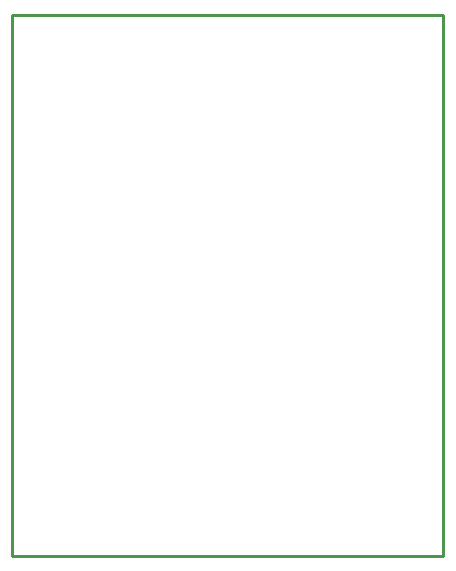
<source format=gbr>
G04 EAGLE Gerber RS-274X export*
G75*
%MOMM*%
%FSLAX34Y34*%
%LPD*%
%IN*%
%IPPOS*%
%AMOC8*
5,1,8,0,0,1.08239X$1,22.5*%
G01*
%ADD10C,0.254000*%


D10*
X25146Y339217D02*
X390146Y339217D01*
X390146Y797587D01*
X25146Y797587D01*
X25146Y339217D01*
M02*

</source>
